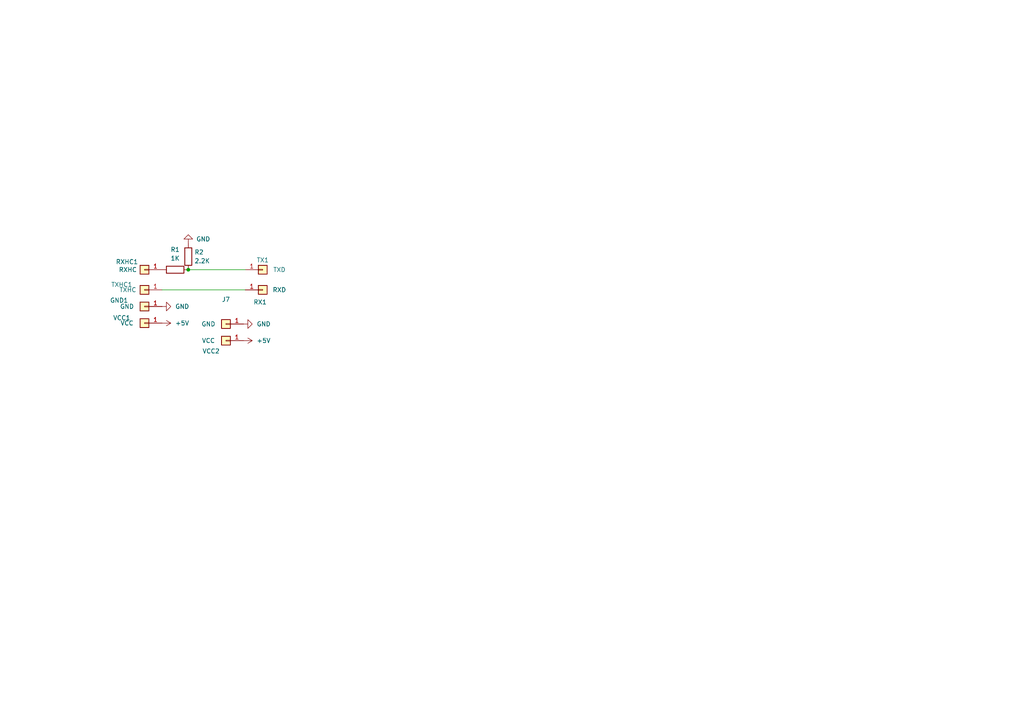
<source format=kicad_sch>
(kicad_sch (version 20211123) (generator eeschema)
  (paper "A4")
  (lib_symbols
    (symbol "Connector_Generic:Conn_01x01" (pin_names (offset 1.016) hide)
      (property "Reference" "J" (at 0 2.54 0))
      (property "Value" "Conn_01x01" (at 0 -2.54 0))
      (symbol "Conn_01x01_1_1"
        (rectangle (start -1.27 0.127) (end 0 -0.127) (stroke (width 0.1524)))
        (rectangle (start -1.27 1.27) (end 1.27 -1.27) (stroke (width 0.254)) (fill (type background)))
        (pin passive line (at -5.08 0 0) (length 3.81) (name "Pin_1") (number "1"))
      )
    )
    (symbol "Device:R" (pin_numbers hide) (pin_names (offset 0))
      (property "Reference" "R" (at 2.032 0 90))
      (property "Value" "R" (at 0 0 90))
      (symbol "R_0_1"
        (rectangle (start -1.016 -2.54) (end 1.016 2.54) (stroke (width 0.254)))
      )
      (symbol "R_1_1"
        (pin passive line (at 0 3.81 270) (length 1.27) (name "~") (number "1"))
        (pin passive line (at 0 -3.81 90) (length 1.27) (name "~") (number "2"))
      )
    )
    (symbol "power:+5V" (power) (pin_names (offset 0))
      (property "Value" "+5V" (at 0 3.556 0))
      (symbol "+5V_0_1"
        (polyline (pts (xy -0.762 1.27) (xy 0 2.54)))
        (polyline (pts (xy 0 0) (xy 0 2.54)))
        (polyline (pts (xy 0 2.54) (xy 0.762 1.27)))
      )
      (symbol "+5V_1_1"
        (pin power_in line (at 0 0 90) (length 0) hide (name "+5V") (number "1"))
      )
    )
    (symbol "power:GND" (power) (pin_names (offset 0))
      (property "Value" "GND" (at 0 -3.81 0))
      (symbol "GND_0_1"
        (polyline (pts (xy 0 0) (xy 0 -1.27) (xy 1.27 -1.27) (xy 0 -2.54) (xy -1.27 -1.27) (xy 0 -1.27)))
      )
      (symbol "GND_1_1"
        (pin power_in line (at 0 0 270) (length 0) hide (name "GND") (number "1"))
      )
    )
  )
  (junction (at 54.61 78.232))
  (wire (pts (xy 54.61 78.232) (xy 71.12 78.232)))
  (wire (pts (xy 46.99 84.074) (xy 71.12 84.074)))
  (symbol (lib_id "power:GND") (at 70.612 93.98 90) (unit 1)
    (property "Reference" "#PWR0104" (effects hide))
    (property "Value" "GND" (at 74.422 93.9799 90) (effects (justify right)))
  )
  (symbol (lib_id "Connector_Generic:Conn_01x01") (at 65.532 93.98 180) (unit 1)
    (property "Reference" "J7" (at 65.532 86.868 0))
    (property "Value" "GND" (at 60.452 93.98 0))
    (property "Footprint" "Connector_PinSocket_1.27mm:PinSocket_1x01_P1.27mm_Vertical" (effects hide))
  )
  (symbol (lib_id "power:+5V") (at 46.99 93.726 270) (unit 1)
    (property "Reference" "#PWR0103" (effects hide))
    (property "Value" "+5V" (at 50.8 93.7259 90) (effects (justify left)))
  )
  (symbol (lib_id "Connector_Generic:Conn_01x01") (at 41.91 78.232 180) (unit 1)
    (property "Reference" "RXHC1" (at 36.83 75.946 0))
    (property "Value" "RXHC" (at 37.084 78.232 0))
    (property "Footprint" "Connector_PinSocket_1.27mm:PinSocket_1x01_P1.27mm_Vertical" (effects hide))
  )
  (symbol (lib_id "Connector_Generic:Conn_01x01") (at 41.91 93.726 180) (unit 1)
    (property "Reference" "VCC1" (at 35.306 92.202 0))
    (property "Value" "VCC" (at 36.83 93.726 0))
    (property "Footprint" "Connector_PinSocket_1.27mm:PinSocket_1x01_P1.27mm_Vertical" (effects hide))
  )
  (symbol (lib_id "Connector_Generic:Conn_01x01") (at 76.2 78.232 0) (unit 1)
    (property "Reference" "TX1" (at 76.2 75.438 0))
    (property "Value" "TXD" (at 81.026 78.232 0))
    (property "Footprint" "Connector_PinSocket_1.27mm:PinSocket_1x01_P1.27mm_Vertical" (effects hide))
  )
  (symbol (lib_id "Connector_Generic:Conn_01x01") (at 41.91 84.074 180) (unit 1)
    (property "Reference" "TXHC1" (at 35.306 82.55 0))
    (property "Value" "TXHC" (at 37.084 84.074 0))
    (property "Footprint" "Connector_PinSocket_1.27mm:PinSocket_1x01_P1.27mm_Vertical" (effects hide))
  )
  (symbol (lib_id "Connector_Generic:Conn_01x01") (at 41.91 88.9 180) (unit 1)
    (property "Reference" "GND1" (at 34.544 87.122 0))
    (property "Value" "GND" (at 36.83 88.9 0))
    (property "Footprint" "Connector_PinSocket_1.27mm:PinSocket_1x01_P1.27mm_Vertical" (effects hide))
  )
  (symbol (lib_id "Device:R") (at 50.8 78.232 90) (unit 1)
    (property "Reference" "R1" (at 50.8 72.39 90))
    (property "Value" "1K" (at 50.8 74.93 90))
    (property "Footprint" "Resistor_THT:R_Axial_DIN0204_L3.6mm_D1.6mm_P5.08mm_Horizontal" (effects hide))
  )
  (symbol (lib_id "power:GND") (at 54.61 70.612 180) (unit 1)
    (property "Reference" "#PWR0101" (effects hide))
    (property "Value" "GND" (at 56.896 69.3419 0) (effects (justify right)))
  )
  (symbol (lib_id "Connector_Generic:Conn_01x01") (at 65.532 98.806 180) (unit 1)
    (property "Reference" "VCC2" (at 61.214 101.854 0))
    (property "Value" "VCC" (at 60.452 98.806 0))
    (property "Footprint" "Connector_PinSocket_1.27mm:PinSocket_1x01_P1.27mm_Vertical" (effects hide))
  )
  (symbol (lib_id "Connector_Generic:Conn_01x01") (at 76.2 84.074 0) (unit 1)
    (property "Reference" "RX1" (at 75.438 87.63 0))
    (property "Value" "RXD" (at 81.026 84.074 0))
    (property "Footprint" "Connector_PinSocket_1.27mm:PinSocket_1x01_P1.27mm_Vertical" (effects hide))
  )
  (symbol (lib_id "Device:R") (at 54.61 74.422 180) (unit 1)
    (property "Reference" "R2" (at 56.388 73.1519 0) (effects (justify right)))
    (property "Value" "2.2K" (at 56.388 75.6919 0) (effects (justify right)))
    (property "Footprint" "Resistor_THT:R_Axial_DIN0204_L3.6mm_D1.6mm_P5.08mm_Horizontal" (effects hide))
  )
  (symbol (lib_id "power:+5V") (at 70.612 98.806 270) (unit 1)
    (property "Reference" "#PWR0105" (effects hide))
    (property "Value" "+5V" (at 74.422 98.8059 90) (effects (justify left)))
  )
  (symbol (lib_id "power:GND") (at 46.99 88.9 90) (unit 1)
    (property "Reference" "#PWR0102" (effects hide))
    (property "Value" "GND" (at 50.8 88.8999 90) (effects (justify right)))
  )
)
</source>
